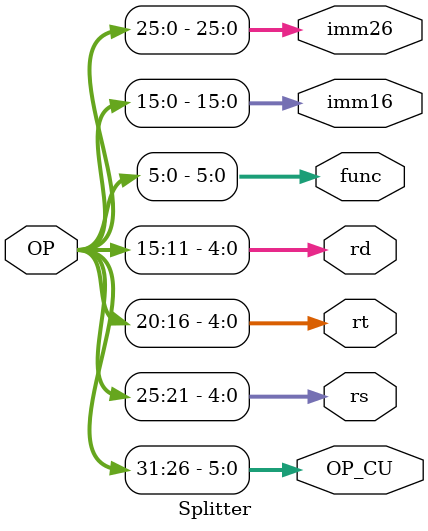
<source format=v>
`timescale 1ns / 1ps
module Splitter(
    input [31:0] OP,
    output [5:0] OP_CU,
    output [4:0] rs,
    output [4:0] rt,
    output [4:0] rd,
    output [5:0] func,
    output [15:0] imm16,
    output [25:0] imm26
    );

    //组合逻辑，实现分线功能
    assign OP_CU = OP[31:26];
    assign rs = OP[25:21];
    assign rt = OP[20:16];
    assign rd = OP[15:11];
    assign func = OP[5:0];
    assign imm16 = OP[15:0];
    assign imm26 = OP[25:0];

endmodule

</source>
